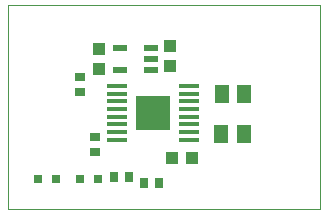
<source format=gbp>
G75*
%MOIN*%
%OFA0B0*%
%FSLAX24Y24*%
%IPPOS*%
%LPD*%
%AMOC8*
5,1,8,0,0,1.08239X$1,22.5*
%
%ADD10C,0.0000*%
%ADD11R,0.0669X0.0157*%
%ADD12R,0.1181X0.1181*%
%ADD13R,0.0433X0.0394*%
%ADD14R,0.0512X0.0591*%
%ADD15R,0.0354X0.0276*%
%ADD16R,0.0276X0.0354*%
%ADD17R,0.0315X0.0315*%
%ADD18R,0.0394X0.0433*%
%ADD19R,0.0472X0.0217*%
D10*
X000150Y000200D02*
X010550Y000200D01*
X010550Y007000D01*
X000150Y007000D01*
X000150Y000200D01*
D11*
X003799Y002504D03*
X003799Y002760D03*
X003799Y003016D03*
X003799Y003272D03*
X003799Y003528D03*
X003799Y003784D03*
X003799Y004040D03*
X003799Y004296D03*
X006201Y004296D03*
X006201Y004040D03*
X006201Y003784D03*
X006201Y003528D03*
X006201Y003272D03*
X006201Y003016D03*
X006201Y002760D03*
X006201Y002504D03*
D12*
X005000Y003400D03*
D13*
X005615Y001900D03*
X006285Y001900D03*
D14*
X007270Y002680D03*
X008019Y002680D03*
X008028Y004043D03*
X007280Y004043D03*
D15*
X003050Y002606D03*
X003050Y002094D03*
X002550Y004094D03*
X002550Y004606D03*
D16*
X003694Y001250D03*
X004206Y001250D03*
X004694Y001050D03*
X005206Y001050D03*
D17*
X003145Y001200D03*
X002555Y001200D03*
X001745Y001200D03*
X001155Y001200D03*
D18*
X003200Y004865D03*
X003200Y005535D03*
X005550Y005635D03*
X005550Y004965D03*
D19*
X004912Y004826D03*
X004912Y005200D03*
X004912Y005574D03*
X003888Y005574D03*
X003888Y004826D03*
M02*

</source>
